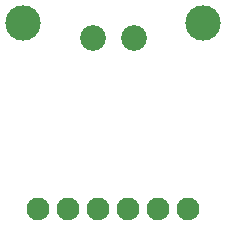
<source format=gbr>
G04 EAGLE Gerber RS-274X export*
G75*
%MOMM*%
%FSLAX34Y34*%
%LPD*%
%INBottom Copper*%
%IPPOS*%
%AMOC8*
5,1,8,0,0,1.08239X$1,22.5*%
G01*
%ADD10C,2.184400*%
%ADD11C,3.000000*%
%ADD12C,1.930400*%


D10*
X119600Y165100D03*
X84600Y165100D03*
D11*
X177800Y177800D03*
X25400Y177800D03*
D12*
X38100Y20320D03*
X63500Y20320D03*
X88900Y20320D03*
X114300Y20320D03*
X139700Y20320D03*
X165100Y20320D03*
M02*

</source>
